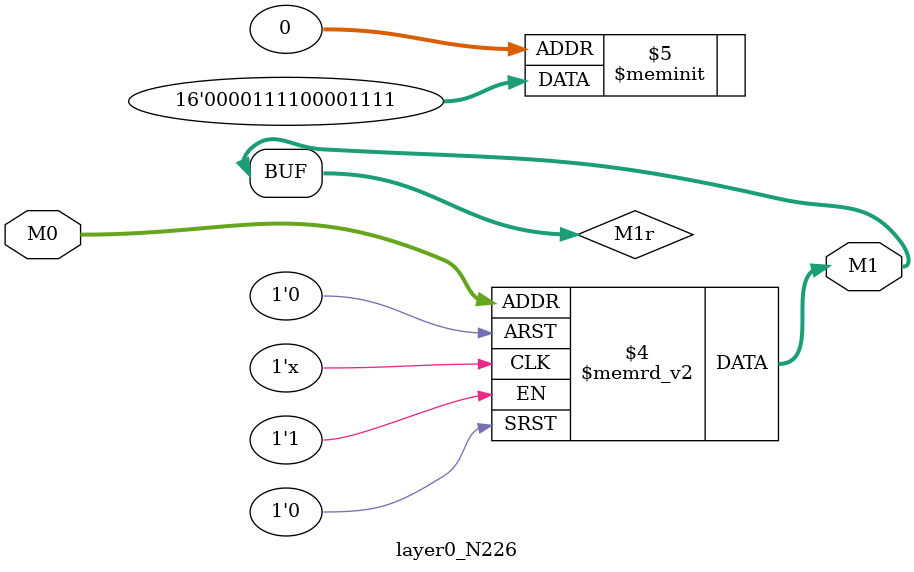
<source format=v>
module layer0_N226 ( input [2:0] M0, output [1:0] M1 );

	(*rom_style = "distributed" *) reg [1:0] M1r;
	assign M1 = M1r;
	always @ (M0) begin
		case (M0)
			3'b000: M1r = 2'b11;
			3'b100: M1r = 2'b11;
			3'b010: M1r = 2'b00;
			3'b110: M1r = 2'b00;
			3'b001: M1r = 2'b11;
			3'b101: M1r = 2'b11;
			3'b011: M1r = 2'b00;
			3'b111: M1r = 2'b00;

		endcase
	end
endmodule

</source>
